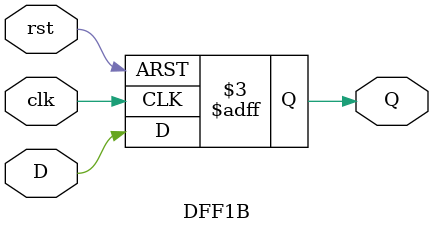
<source format=sv>
module DFF1B
(
	input logic clk,
	input logic rst,
	input logic D,
	output logic Q
);

always_ff @(posedge clk or negedge rst)
begin 
	if (!rst)
	Q<= 1'b0;
	else 
	Q<= D;
end 
endmodule
</source>
